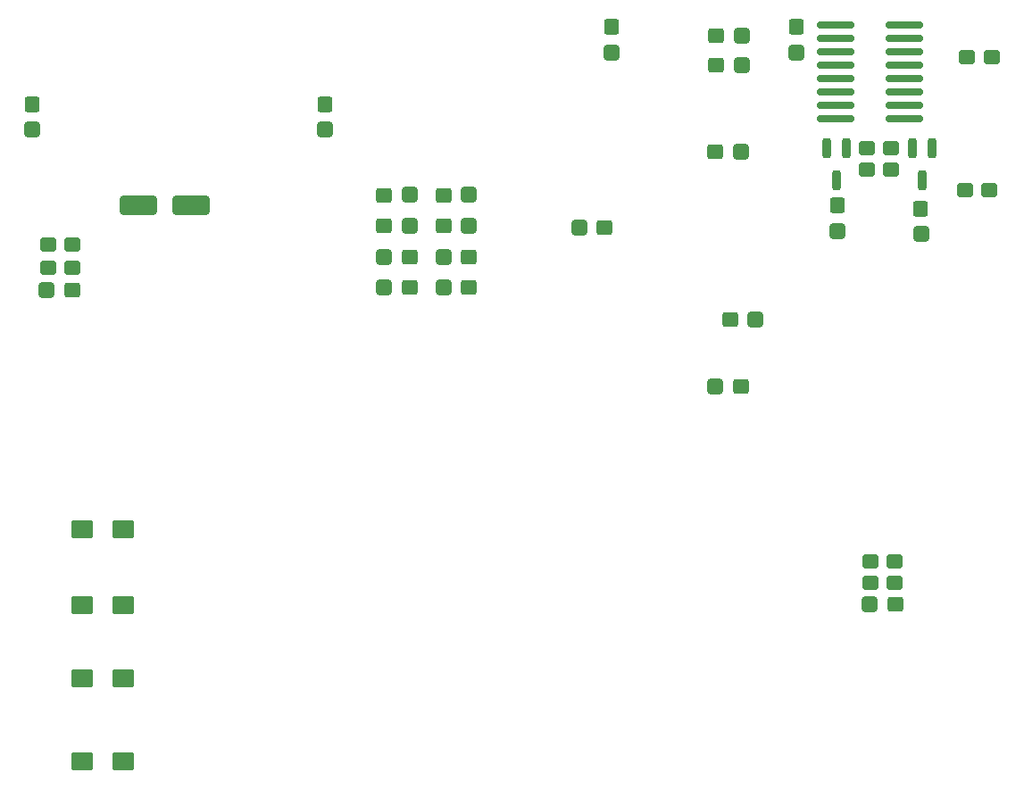
<source format=gbr>
%TF.GenerationSoftware,KiCad,Pcbnew,8.0.2*%
%TF.CreationDate,2025-03-10T15:18:04+08:00*%
%TF.ProjectId,sensorboard_v10,73656e73-6f72-4626-9f61-72645f763130,rev?*%
%TF.SameCoordinates,Original*%
%TF.FileFunction,Paste,Bot*%
%TF.FilePolarity,Positive*%
%FSLAX46Y46*%
G04 Gerber Fmt 4.6, Leading zero omitted, Abs format (unit mm)*
G04 Created by KiCad (PCBNEW 8.0.2) date 2025-03-10 15:18:04*
%MOMM*%
%LPD*%
G01*
G04 APERTURE LIST*
G04 Aperture macros list*
%AMRoundRect*
0 Rectangle with rounded corners*
0 $1 Rounding radius*
0 $2 $3 $4 $5 $6 $7 $8 $9 X,Y pos of 4 corners*
0 Add a 4 corners polygon primitive as box body*
4,1,4,$2,$3,$4,$5,$6,$7,$8,$9,$2,$3,0*
0 Add four circle primitives for the rounded corners*
1,1,$1+$1,$2,$3*
1,1,$1+$1,$4,$5*
1,1,$1+$1,$6,$7*
1,1,$1+$1,$8,$9*
0 Add four rect primitives between the rounded corners*
20,1,$1+$1,$2,$3,$4,$5,0*
20,1,$1+$1,$4,$5,$6,$7,0*
20,1,$1+$1,$6,$7,$8,$9,0*
20,1,$1+$1,$8,$9,$2,$3,0*%
G04 Aperture macros list end*
%ADD10RoundRect,0.305575X-0.460025X-0.412525X0.460025X-0.412525X0.460025X0.412525X-0.460025X0.412525X0*%
%ADD11RoundRect,0.308511X-0.457089X-0.416489X0.457089X-0.416489X0.457089X0.416489X-0.457089X0.416489X0*%
%ADD12RoundRect,0.305575X0.460025X0.412525X-0.460025X0.412525X-0.460025X-0.412525X0.460025X-0.412525X0*%
%ADD13RoundRect,0.308511X0.457089X0.416489X-0.457089X0.416489X-0.457089X-0.416489X0.457089X-0.416489X0*%
%ADD14RoundRect,0.278125X0.474375X0.389375X-0.474375X0.389375X-0.474375X-0.389375X0.474375X-0.389375X0*%
%ADD15RoundRect,0.336539X0.713461X0.538461X-0.713461X0.538461X-0.713461X-0.538461X0.713461X-0.538461X0*%
%ADD16RoundRect,0.278125X-0.474375X-0.389375X0.474375X-0.389375X0.474375X0.389375X-0.474375X0.389375X0*%
%ADD17RoundRect,0.305575X-0.412525X0.460025X-0.412525X-0.460025X0.412525X-0.460025X0.412525X0.460025X0*%
%ADD18RoundRect,0.308511X-0.416489X0.457089X-0.416489X-0.457089X0.416489X-0.457089X0.416489X0.457089X0*%
%ADD19RoundRect,0.150000X-1.600000X-0.150000X1.600000X-0.150000X1.600000X0.150000X-1.600000X0.150000X0*%
%ADD20RoundRect,0.200000X-0.200000X0.750000X-0.200000X-0.750000X0.200000X-0.750000X0.200000X0.750000X0*%
%ADD21RoundRect,0.250000X-1.500000X-0.650000X1.500000X-0.650000X1.500000X0.650000X-1.500000X0.650000X0*%
G04 APERTURE END LIST*
D10*
%TO.C,C15*%
X144500000Y-76647133D03*
D11*
X146931200Y-76640233D03*
%TD*%
D10*
%TO.C,C13*%
X138900000Y-73713800D03*
D11*
X141331200Y-73706900D03*
%TD*%
D12*
%TO.C,C24*%
X146931200Y-82500000D03*
D13*
X144500000Y-82506900D03*
%TD*%
D10*
%TO.C,C14*%
X144500000Y-73713800D03*
D11*
X146931200Y-73706900D03*
%TD*%
D12*
%TO.C,C22*%
X141331200Y-79566666D03*
D13*
X138900000Y-79573566D03*
%TD*%
D12*
%TO.C,C23*%
X141331200Y-82500000D03*
D13*
X138900000Y-82506900D03*
%TD*%
D14*
%TO.C,R19*%
X187305000Y-108500000D03*
X185000000Y-108500000D03*
%TD*%
D12*
%TO.C,C29*%
X159815600Y-76800000D03*
D13*
X157384400Y-76806900D03*
%TD*%
D15*
%TO.C,R25*%
X114150000Y-112600000D03*
X110250000Y-112600000D03*
%TD*%
D10*
%TO.C,C36*%
X171684400Y-85506900D03*
D11*
X174115600Y-85500000D03*
%TD*%
D16*
%TO.C,R2*%
X107047500Y-78432500D03*
X109352500Y-78432500D03*
%TD*%
D14*
%TO.C,R5*%
X187000000Y-71335000D03*
X184695000Y-71335000D03*
%TD*%
D15*
%TO.C,R24*%
X114150000Y-105400000D03*
X110250000Y-105400000D03*
%TD*%
%TO.C,R26*%
X114150000Y-119600000D03*
X110250000Y-119600000D03*
%TD*%
D16*
%TO.C,R41*%
X193997500Y-73282500D03*
X196302500Y-73282500D03*
%TD*%
D17*
%TO.C,C12*%
X133293100Y-65084400D03*
D18*
X133300000Y-67515600D03*
%TD*%
D14*
%TO.C,R42*%
X196502500Y-60617500D03*
X194197500Y-60617500D03*
%TD*%
D16*
%TO.C,R3*%
X107047500Y-80632500D03*
X109352500Y-80632500D03*
%TD*%
D17*
%TO.C,C3*%
X177993100Y-57784400D03*
D18*
X178000000Y-60215600D03*
%TD*%
D19*
%TO.C,U2*%
X181750000Y-66445000D03*
X181750000Y-65175000D03*
X181750000Y-63905000D03*
X181750000Y-62635000D03*
X181750000Y-61365000D03*
X181750000Y-60095000D03*
X181750000Y-58825000D03*
X181750000Y-57555000D03*
X188250000Y-57555000D03*
X188250000Y-58825000D03*
X188250000Y-60095000D03*
X188250000Y-61365000D03*
X188250000Y-62635000D03*
X188250000Y-63905000D03*
X188250000Y-65175000D03*
X188250000Y-66445000D03*
%TD*%
D12*
%TO.C,C38*%
X109331200Y-82693100D03*
D13*
X106900000Y-82700000D03*
%TD*%
D17*
%TO.C,C1*%
X160493100Y-57784400D03*
D18*
X160500000Y-60215600D03*
%TD*%
D20*
%TO.C,Q1*%
X188950000Y-69300000D03*
X190850000Y-69300000D03*
X189900000Y-72300000D03*
%TD*%
D14*
%TO.C,R20*%
X187305000Y-110500000D03*
X185000000Y-110500000D03*
%TD*%
D17*
%TO.C,C5*%
X189793100Y-74984400D03*
D18*
X189800000Y-77415600D03*
%TD*%
D17*
%TO.C,C6*%
X105493100Y-65084400D03*
D18*
X105500000Y-67515600D03*
%TD*%
D14*
%TO.C,R4*%
X186952500Y-69267500D03*
X184647500Y-69267500D03*
%TD*%
D12*
%TO.C,C31*%
X187368100Y-112525600D03*
D13*
X184936900Y-112532500D03*
%TD*%
D20*
%TO.C,Q2*%
X180850000Y-69300000D03*
X182750000Y-69300000D03*
X181800000Y-72300000D03*
%TD*%
D10*
%TO.C,C19*%
X170284400Y-69606900D03*
D11*
X172715600Y-69600000D03*
%TD*%
D21*
%TO.C,D2*%
X115600000Y-74700000D03*
X120600000Y-74700000D03*
%TD*%
D12*
%TO.C,C37*%
X172715600Y-91893100D03*
D13*
X170284400Y-91900000D03*
%TD*%
D10*
%TO.C,C17*%
X170384400Y-58606900D03*
D11*
X172815600Y-58600000D03*
%TD*%
D15*
%TO.C,R27*%
X114150000Y-127400000D03*
X110250000Y-127400000D03*
%TD*%
D10*
%TO.C,C20*%
X170384400Y-61406900D03*
D11*
X172815600Y-61400000D03*
%TD*%
D17*
%TO.C,C4*%
X181893100Y-74684400D03*
D18*
X181900000Y-77115600D03*
%TD*%
D10*
%TO.C,C16*%
X138900000Y-76647133D03*
D11*
X141331200Y-76640233D03*
%TD*%
D12*
%TO.C,C25*%
X146931200Y-79566666D03*
D13*
X144500000Y-79573566D03*
%TD*%
M02*

</source>
